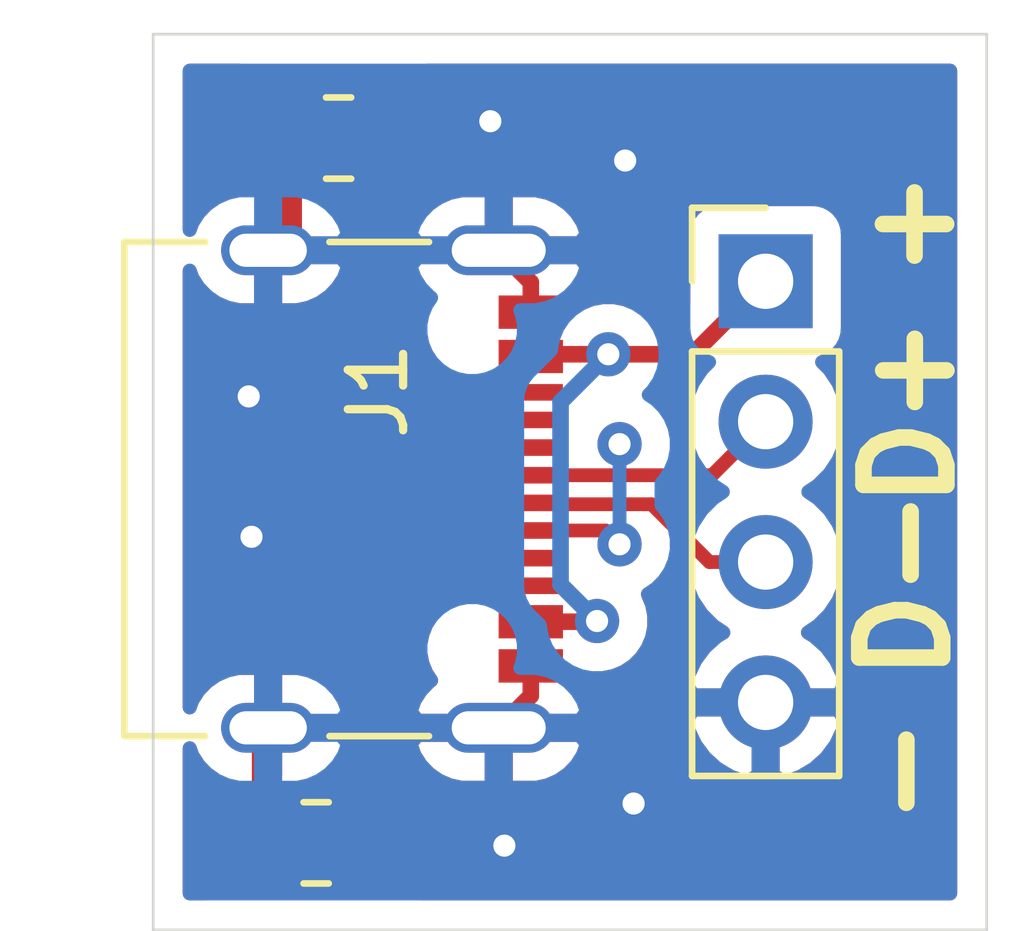
<source format=kicad_pcb>
(kicad_pcb (version 20211014) (generator pcbnew)
  (layers (0 "F.Cu" signal) (31 "B.Cu" signal) (34 "B.Paste" user) (35 "F.Paste" user) (36 "B.SilkS" user "B.Silkscreen") (37 "F.SilkS" user "F.Silkscreen") (38 "B.Mask" user) (39 "F.Mask" user) (44 "Edge.Cuts" user))
  (net 0 "")
  (net 1 "GND")
  (net 2 "VBUS")
  (net 3 "Net-(J1-PadB5)")
  (net 4 "Net-(J1-PadA8)")
  (net 5 "Net-(J1-PadA5)")
  (net 6 "Net-(J1-PadB8)")
  (net 7 "/D+")
  (net 8 "/D-")
  (footprint "Connector_USB:USB_C_Receptacle_Palconn_UTC16-G" (layer "F.Cu") (at 29.3116 31.1912 -90)
    (fp_text reference "J1" (at -1.778 0.254 90) (layer "F.SilkS"))
    (fp_text value "USB_C_Receptacle")
    (fp_line (start -4.47 4.84) (end -4.47 3.38) (layer "F.SilkS") (width 0.12))
    (fp_line (start 4.47 4.84) (end -4.47 4.84) (layer "F.SilkS") (width 0.12))
    (fp_line (start 4.47 -0.67) (end 4.47 1.13) (layer "F.SilkS") (width 0.12))
    (fp_line (start -4.47 -0.67) (end -4.47 1.13) (layer "F.SilkS") (width 0.12))
    (fp_line (start 4.47 4.84) (end 4.47 3.38) (layer "F.SilkS") (width 0.12))
    (pad "" np_thru_hole circle locked (at -2.89 -1.45 90) (size 0.6 0.6) (drill 0.6) (layers *.Cu *.Mask))
    (pad "" np_thru_hole circle locked (at 2.89 -1.45 90) (size 0.6 0.6) (drill 0.6) (layers *.Cu *.Mask))
    (pad "A1" smd rect locked (at -3.2 -2.51 270) (size 0.6 1.16) (layers "F.Cu" "F.Paste" "F.Mask") (net 1 "GND"))
    (pad "A4" smd rect locked (at -2.4 -2.51 270) (size 0.6 1.16) (layers "F.Cu" "F.Paste" "F.Mask") (net 2 "VBUS"))
    (pad "A5" smd rect locked (at -1.25 -2.51 90) (size 0.3 1.16) (layers "F.Cu" "F.Paste" "F.Mask") (net 5 "Net-(J1-PadA5)"))
    (pad "A6" smd rect locked (at -0.25 -2.51 90) (size 0.3 1.16) (layers "F.Cu" "F.Paste" "F.Mask") (net 7 "/D+"))
    (pad "A7" smd rect locked (at 0.25 -2.51 90) (size 0.3 1.16) (layers "F.Cu" "F.Paste" "F.Mask") (net 8 "/D-"))
    (pad "A8" smd rect locked (at 1.25 -2.51 90) (size 0.3 1.16) (layers "F.Cu" "F.Paste" "F.Mask") (net 4 "Net-(J1-PadA8)"))
    (pad "A9" smd rect locked (at 2.4 -2.51 270) (size 0.6 1.16) (layers "F.Cu" "F.Paste" "F.Mask") (net 2 "VBUS"))
    (pad "A12" smd rect locked (at 3.2 -2.51 270) (size 0.6 1.16) (layers "F.Cu" "F.Paste" "F.Mask") (net 1 "GND"))
    (pad "B1" smd rect locked (at 3.2 -2.51 270) (size 0.6 1.16) (layers "F.Cu" "F.Paste" "F.Mask") (net 1 "GND"))
    (pad "B4" smd rect locked (at 2.4 -2.51 270) (size 0.6 1.16) (layers "F.Cu" "F.Paste" "F.Mask") (net 2 "VBUS"))
    (pad "B5" smd rect locked (at 1.75 -2.51 90) (size 0.3 1.16) (layers "F.Cu" "F.Paste" "F.Mask") (net 3 "Net-(J1-PadB5)"))
    (pad "B6" smd rect locked (at 0.75 -2.51 90) (size 0.3 1.16) (layers "F.Cu" "F.Paste" "F.Mask") (net 7 "/D+"))
    (pad "B7" smd rect locked (at -0.75 -2.51 90) (size 0.3 1.16) (layers "F.Cu" "F.Paste" "F.Mask") (net 8 "/D-"))
    (pad "B8" smd rect locked (at -1.75 -2.51 90) (size 0.3 1.16) (layers "F.Cu" "F.Paste" "F.Mask") (net 6 "Net-(J1-PadB8)"))
    (pad "B9" smd rect locked (at -2.4 -2.51 270) (size 0.6 1.16) (layers "F.Cu" "F.Paste" "F.Mask") (net 2 "VBUS"))
    (pad "B12" smd rect locked (at -3.2 -2.51 270) (size 0.6 1.16) (layers "F.Cu" "F.Paste" "F.Mask") (net 1 "GND"))
    (pad "S1" thru_hole oval locked (at 4.32 2.24) (size 1.7 0.9) (drill oval 1.4 0.6) (layers *.Cu *.Mask) (net 1 "GND"))
    (pad "S1" thru_hole oval locked (at -4.32 -1.93) (size 2 0.9) (drill oval 1.7 0.6) (layers *.Cu *.Mask) (net 1 "GND"))
    (pad "S1" thru_hole oval locked (at -4.32 2.24) (size 1.7 0.9) (drill oval 1.4 0.6) (layers *.Cu *.Mask) (net 1 "GND"))
    (pad "S1" thru_hole oval locked (at 4.32 -1.93) (size 2 0.9) (drill oval 1.7 0.6) (layers *.Cu *.Mask) (net 1 "GND"))
  )
  (footprint "Resistor_SMD:R_0805_2012Metric" (layer "F.Cu") (at 28.3464 24.8412 180)
    (fp_text reference "R12" hide)
    (fp_text value "5.1k")
    (fp_line (start -0.227064 0.735) (end 0.227064 0.735) (layer "F.SilkS") (width 0.12))
    (fp_line (start -0.227064 -0.735) (end 0.227064 -0.735) (layer "F.SilkS") (width 0.12))
    (pad "1" smd roundrect locked (at -0.9125 0 180) (size 1.025 1.4) (layers "F.Cu" "F.Paste" "F.Mask") (roundrect_rratio 0.2439004878) (net 5 "Net-(J1-PadA5)"))
    (pad "2" smd roundrect locked (at 0.9125 0 180) (size 1.025 1.4) (layers "F.Cu" "F.Paste" "F.Mask") (roundrect_rratio 0.2439004878) (net 1 "GND"))
  )
  (footprint "Resistor_SMD:R_0805_2012Metric" (layer "F.Cu") (at 27.94 37.592 180)
    (fp_text reference "R15" hide)
    (fp_text value "5.1k")
    (fp_line (start -0.227064 -0.735) (end 0.227064 -0.735) (layer "F.SilkS") (width 0.12))
    (fp_line (start -0.227064 0.735) (end 0.227064 0.735) (layer "F.SilkS") (width 0.12))
    (pad "1" smd roundrect locked (at -0.9125 0 180) (size 1.025 1.4) (layers "F.Cu" "F.Paste" "F.Mask") (roundrect_rratio 0.2439004878) (net 3 "Net-(J1-PadB5)"))
    (pad "2" smd roundrect locked (at 0.9125 0 180) (size 1.025 1.4) (layers "F.Cu" "F.Paste" "F.Mask") (roundrect_rratio 0.2439004878) (net 1 "GND"))
  )
  (footprint "Connector_PinHeader_2.54mm:PinHeader_1x04_P2.54mm_Vertical" (layer "F.Cu") (at 36.068 27.432)
    (fp_text reference "J2" hide)
    (fp_text value "Conn_01x04")
    (fp_line (start -1.33 0) (end -1.33 -1.33) (layer "F.SilkS") (width 0.12))
    (fp_line (start 1.33 1.27) (end 1.33 8.95) (layer "F.SilkS") (width 0.12))
    (fp_line (start -1.33 1.27) (end -1.33 8.95) (layer "F.SilkS") (width 0.12))
    (fp_line (start -1.33 1.27) (end 1.33 1.27) (layer "F.SilkS") (width 0.12))
    (fp_line (start -1.33 -1.33) (end 0 -1.33) (layer "F.SilkS") (width 0.12))
    (fp_line (start -1.33 8.95) (end 1.33 8.95) (layer "F.SilkS") (width 0.12))
    (pad "1" thru_hole rect locked (at 0 0) (size 1.7 1.7) (drill 1) (layers *.Cu *.Mask) (net 2 "VBUS"))
    (pad "2" thru_hole oval locked (at 0 2.54) (size 1.7 1.7) (drill 1) (layers *.Cu *.Mask) (net 7 "/D+"))
    (pad "3" thru_hole oval locked (at 0 5.08) (size 1.7 1.7) (drill 1) (layers *.Cu *.Mask) (net 8 "/D-"))
    (pad "4" thru_hole oval locked (at 0 7.62) (size 1.7 1.7) (drill 1) (layers *.Cu *.Mask) (net 1 "GND"))
  )
  (gr_line (start 24.9936 39.1668) (end 24.9936 22.9616) (layer "Edge.Cuts") (width 0.05))
  (gr_line (start 40.0652 22.9616) (end 40.0652 39.1668) (layer "Edge.Cuts") (width 0.05))
  (gr_line (start 40.0652 39.1668) (end 24.9936 39.1668) (layer "Edge.Cuts") (width 0.05))
  (gr_line (start 24.9936 22.9616) (end 40.0652 22.9616) (layer "Edge.Cuts") (width 0.05))
  (gr_text "D+" (at 38.6588 29.7942 90) (layer "F.SilkS") (effects (font (size 1.5 1.5) (thickness 0.3))))
  (gr_text "D-" (at 38.5826 32.9184 90) (layer "F.SilkS") (effects (font (size 1.5 1.5) (thickness 0.3))))
  (gr_text "-" (at 38.5064 36.2966 90) (layer "F.SilkS") (effects (font (size 1.5 1.5) (thickness 0.3))))
  (gr_text "+" (at 38.7604 26.289) (layer "F.SilkS") (effects (font (size 1.5 1.5) (thickness 0.3))))
  (segment (start 27.4339 24.8412) (end 27.4339 26.5089) (width 0.5) (layer "F.Cu") (net 1))
  (segment (start 31.8216 27.9912) (end 31.8216 27.4512) (width 0.3) (layer "F.Cu") (net 1))
  (segment (start 27.0275 35.5553) (end 27.0716 35.5112) (width 0.5) (layer "F.Cu") (net 1))
  (segment (start 27.4339 26.5089) (end 27.0716 26.8712) (width 0.5) (layer "F.Cu") (net 1))
  (segment (start 31.8216 34.9312) (end 31.2416 35.5112) (width 0.3) (layer "F.Cu") (net 1))
  (segment (start 31.8216 34.3912) (end 31.8216 34.9312) (width 0.3) (layer "F.Cu") (net 1))
  (segment (start 27.0275 37.592) (end 27.0275 35.5553) (width 0.5) (layer "F.Cu") (net 1))
  (segment (start 31.8216 27.4512) (end 31.2416 26.8712) (width 0.3) (layer "F.Cu") (net 1))
  (via (at 33.528 25.2476) (size 0.8) (drill 0.4) (layers "F.Cu" "B.Cu") (net 1))
  (via (at 26.7208 29.5148) (size 0.8) (drill 0.4) (layers "F.Cu" "B.Cu") (net 1))
  (via (at 26.7716 32.0548) (size 0.8) (drill 0.4) (layers "F.Cu" "B.Cu") (net 1))
  (via (at 31.3436 37.6428) (size 0.8) (drill 0.4) (layers "F.Cu" "B.Cu") (net 1))
  (via (at 33.6804 36.8808) (size 0.8) (drill 0.4) (layers "F.Cu" "B.Cu") (net 1))
  (via (at 31.0896 24.5364) (size 0.8) (drill 0.4) (layers "F.Cu" "B.Cu") (net 1))
  (segment (start 33.2232 28.7528) (end 34.7472 28.7528) (width 0.3) (layer "F.Cu") (net 2))
  (segment (start 31.8216 33.5912) (end 33.0076 33.5912) (width 0.3) (layer "F.Cu") (net 2))
  (segment (start 34.7472 28.7528) (end 36.068 27.432) (width 0.3) (layer "F.Cu") (net 2))
  (segment (start 33.2232 28.7528) (end 31.86 28.7528) (width 0.3) (layer "F.Cu") (net 2))
  (segment (start 31.86 28.7528) (end 31.8216 28.7912) (width 0.3) (layer "F.Cu") (net 2))
  (segment (start 33.0076 33.5912) (end 33.02 33.5788) (width 0.3) (layer "F.Cu") (net 2))
  (via (at 33.02 33.5788) (size 0.8) (drill 0.4) (layers "F.Cu" "B.Cu") (net 2))
  (via (at 33.2232 28.7528) (size 0.8) (drill 0.4) (layers "F.Cu" "B.Cu") (net 2))
  (segment (start 33.02 33.5788) (end 32.3596 32.9184) (width 0.3) (layer "B.Cu") (net 2))
  (segment (start 32.3596 32.9184) (end 32.3596 29.6164) (width 0.3) (layer "B.Cu") (net 2))
  (segment (start 32.3596 29.6164) (end 33.2232 28.7528) (width 0.3) (layer "B.Cu") (net 2))
  (segment (start 29.4412 32.9412) (end 31.8216 32.9412) (width 0.25) (layer "F.Cu") (net 3))
  (segment (start 28.7528 33.6296) (end 29.4412 32.9412) (width 0.25) (layer "F.Cu") (net 3))
  (segment (start 28.8525 37.592) (end 28.7528 37.4923) (width 0.25) (layer "F.Cu") (net 3))
  (segment (start 28.7528 37.4923) (end 28.7528 33.6296) (width 0.25) (layer "F.Cu") (net 3))
  (segment (start 29.1592 25.8572) (end 29.1592 25.6051) (width 0.25) (layer "F.Cu") (net 5))
  (segment (start 29.2589 25.7575) (end 29.1592 25.8572) (width 0.25) (layer "F.Cu") (net 5))
  (segment (start 29.2589 24.8412) (end 29.2589 25.7575) (width 0.25) (layer "F.Cu") (net 5))
  (segment (start 30.4492 29.9412) (end 29.1592 28.6512) (width 0.25) (layer "F.Cu") (net 5))
  (segment (start 31.8216 29.9412) (end 30.4492 29.9412) (width 0.25) (layer "F.Cu") (net 5))
  (segment (start 29.1592 28.6512) (end 29.1592 25.8572) (width 0.25) (layer "F.Cu") (net 5))
  (segment (start 33.4732 30.9412) (end 31.8216 30.9412) (width 0.25) (layer "F.Cu") (net 7))
  (segment (start 33.4264 30.8944) (end 33.4732 30.9412) (width 0.25) (layer "F.Cu") (net 7))
  (segment (start 35.0988 30.9412) (end 33.4732 30.9412) (width 0.25) (layer "F.Cu") (net 7))
  (segment (start 33.176401 31.9412) (end 33.4264 32.191199) (width 0.25) (layer "F.Cu") (net 7))
  (segment (start 35.0988 30.9412) (end 36.068 29.972) (width 0.25) (layer "F.Cu") (net 7))
  (segment (start 31.796601 31.966199) (end 31.8216 31.9412) (width 0.25) (layer "F.Cu") (net 7))
  (segment (start 31.8216 31.9412) (end 33.176401 31.9412) (width 0.25) (layer "F.Cu") (net 7))
  (segment (start 33.4264 30.3784) (end 33.4264 30.8944) (width 0.25) (layer "F.Cu") (net 7))
  (via (at 33.4264 30.3784) (size 0.8) (drill 0.4) (layers "F.Cu" "B.Cu") (net 7))
  (via (at 33.4264 32.191199) (size 0.8) (drill 0.4) (layers "F.Cu" "B.Cu") (net 7))
  (segment (start 33.4264 32.191199) (end 33.4264 30.3784) (width 0.25) (layer "B.Cu") (net 7))
  (segment (start 35.052 32.512) (end 34.006199 31.466199) (width 0.25) (layer "F.Cu") (net 8))
  (segment (start 31.006598 31.4412) (end 30.7848 31.219402) (width 0.25) (layer "F.Cu") (net 8))
  (segment (start 30.7848 30.662998) (end 31.006598 30.4412) (width 0.25) (layer "F.Cu") (net 8))
  (segment (start 36.068 32.512) (end 35.052 32.512) (width 0.25) (layer "F.Cu") (net 8))
  (segment (start 34.006199 31.466199) (end 32.024999 31.466199) (width 0.25) (layer "F.Cu") (net 8))
  (segment (start 32.024999 31.466199) (end 32 31.4412) (width 0.25) (layer "F.Cu") (net 8))
  (segment (start 31.8216 31.4412) (end 31.006598 31.4412) (width 0.25) (layer "F.Cu") (net 8))
  (segment (start 31.006598 30.4412) (end 31.8216 30.4412) (width 0.25) (layer "F.Cu") (net 8))
  (segment (start 32 31.4412) (end 31.8216 31.4412) (width 0.25) (layer "F.Cu") (net 8))
  (segment (start 30.7848 31.219402) (end 30.7848 30.662998) (width 0.25) (layer "F.Cu") (net 8))
  (zone (net 1) (net_name "GND") (layer "F.Cu") (connect_pads (clearance 0.508)) (min_thickness 0.254) (fill yes (thermal_gap 0.508) (thermal_bridge_width 0.508))
    (polygon (pts (xy 39.9796 39.0652) (xy 25.0952 39.116) (xy 25.0444 23.0124) (xy 39.9796 23.0124)))
  )
  (zone (net 1) (net_name "GND") (layer "B.Cu") (connect_pads (clearance 0.508)) (min_thickness 0.254) (fill yes (thermal_gap 0.508) (thermal_bridge_width 0.508))
    (polygon (pts (xy 39.9796 23.0124) (xy 25.0444 23.0124) (xy 25.0952 39.0652) (xy 39.9923 39.087425)))
  )
)
</source>
